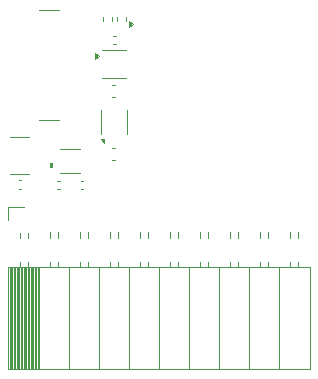
<source format=gbr>
%TF.GenerationSoftware,KiCad,Pcbnew,8.0.4*%
%TF.CreationDate,2024-07-26T12:29:51+01:00*%
%TF.ProjectId,beeb_wifiport,62656562-5f77-4696-9669-706f72742e6b,rev?*%
%TF.SameCoordinates,Original*%
%TF.FileFunction,Legend,Top*%
%TF.FilePolarity,Positive*%
%FSLAX46Y46*%
G04 Gerber Fmt 4.6, Leading zero omitted, Abs format (unit mm)*
G04 Created by KiCad (PCBNEW 8.0.4) date 2024-07-26 12:29:51*
%MOMM*%
%LPD*%
G01*
G04 APERTURE LIST*
%ADD10C,0.120000*%
%ADD11C,0.100000*%
%ADD12C,0.000000*%
G04 APERTURE END LIST*
D10*
%TO.C,C1*%
X146009420Y-98540000D02*
X146290580Y-98540000D01*
X146009420Y-99560000D02*
X146290580Y-99560000D01*
%TO.C,C5*%
X141557836Y-106640000D02*
X141342164Y-106640000D01*
X141557836Y-107360000D02*
X141342164Y-107360000D01*
%TO.C,C3*%
X146307836Y-94340000D02*
X146092164Y-94340000D01*
X146307836Y-95060000D02*
X146092164Y-95060000D01*
D11*
%TO.C,RN1*%
X137400000Y-102900000D02*
X139000000Y-102900000D01*
X139000000Y-106100000D02*
X137400000Y-106100000D01*
D10*
%TO.C,C4*%
X138092164Y-106590000D02*
X138307836Y-106590000D01*
X138092164Y-107310000D02*
X138307836Y-107310000D01*
%TO.C,U1*%
X147775000Y-93350000D02*
X147439000Y-93590000D01*
X147439000Y-93110000D01*
X147775000Y-93350000D01*
G36*
X147775000Y-93350000D02*
G01*
X147439000Y-93590000D01*
X147439000Y-93110000D01*
X147775000Y-93350000D01*
G37*
%TO.C,C2*%
X146290580Y-103840000D02*
X146009420Y-103840000D01*
X146290580Y-104860000D02*
X146009420Y-104860000D01*
%TO.C,R1*%
X145220000Y-93103641D02*
X145220000Y-92796359D01*
X145980000Y-93103641D02*
X145980000Y-92796359D01*
%TO.C,U3*%
X145040000Y-102675000D02*
X145040000Y-100675000D01*
X147260000Y-102675000D02*
X147260000Y-100675000D01*
X145330000Y-103415000D02*
X145050000Y-103135000D01*
X145330000Y-103135000D01*
X145330000Y-103415000D01*
G36*
X145330000Y-103415000D02*
G01*
X145050000Y-103135000D01*
X145330000Y-103135000D01*
X145330000Y-103415000D01*
G37*
D11*
%TO.C,U4*%
X141600000Y-103950000D02*
X143300000Y-103950000D01*
X141600000Y-105950000D02*
X143300000Y-105950000D01*
D12*
G36*
X140989500Y-105540499D02*
G01*
X140735500Y-105540499D01*
X140735500Y-105159499D01*
X140989500Y-105159499D01*
X140989500Y-105540499D01*
G37*
D10*
%TO.C,C6*%
X143342164Y-106640000D02*
X143557836Y-106640000D01*
X143342164Y-107360000D02*
X143557836Y-107360000D01*
%TO.C,R2*%
X146425000Y-92796359D02*
X146425000Y-93103641D01*
X147185000Y-92796359D02*
X147185000Y-93103641D01*
%TO.C,J2*%
X139787496Y-92153818D02*
X141487496Y-92153818D01*
X139787496Y-101493818D02*
X141487496Y-101493818D01*
%TO.C,D1*%
X147185608Y-95525000D02*
X145185608Y-95525000D01*
X147185608Y-97925000D02*
X145185608Y-97925000D01*
X144879392Y-96055000D02*
X144549392Y-96295000D01*
X144549392Y-95815000D01*
X144879392Y-96055000D01*
G36*
X144879392Y-96055000D02*
G01*
X144549392Y-96295000D01*
X144549392Y-95815000D01*
X144879392Y-96055000D01*
G37*
%TO.C,J1*%
X137220000Y-108850000D02*
X138550000Y-108850000D01*
X137220000Y-109960000D02*
X137220000Y-108850000D01*
X137220000Y-113960000D02*
X162740000Y-113960000D01*
X137220000Y-122590000D02*
X137220000Y-113960000D01*
X137220000Y-122590000D02*
X162740000Y-122590000D01*
X137340000Y-122590000D02*
X137340000Y-113960000D01*
X137458095Y-122590000D02*
X137458095Y-113960000D01*
X137576190Y-122590000D02*
X137576190Y-113960000D01*
X137694285Y-122590000D02*
X137694285Y-113960000D01*
X137812380Y-122590000D02*
X137812380Y-113960000D01*
X137930475Y-122590000D02*
X137930475Y-113960000D01*
X138048570Y-122590000D02*
X138048570Y-113960000D01*
X138166665Y-122590000D02*
X138166665Y-113960000D01*
X138190000Y-111450000D02*
X138190000Y-111070000D01*
X138190000Y-113960000D02*
X138190000Y-113550000D01*
X138284760Y-122590000D02*
X138284760Y-113960000D01*
X138402855Y-122590000D02*
X138402855Y-113960000D01*
X138520950Y-122590000D02*
X138520950Y-113960000D01*
X138639045Y-122590000D02*
X138639045Y-113960000D01*
X138757140Y-122590000D02*
X138757140Y-113960000D01*
X138875235Y-122590000D02*
X138875235Y-113960000D01*
X138910000Y-111450000D02*
X138910000Y-111070000D01*
X138910000Y-113960000D02*
X138910000Y-113550000D01*
X138993330Y-122590000D02*
X138993330Y-113960000D01*
X139111425Y-122590000D02*
X139111425Y-113960000D01*
X139229520Y-122590000D02*
X139229520Y-113960000D01*
X139347615Y-122590000D02*
X139347615Y-113960000D01*
X139465710Y-122590000D02*
X139465710Y-113960000D01*
X139583805Y-122590000D02*
X139583805Y-113960000D01*
X139701900Y-122590000D02*
X139701900Y-113960000D01*
X139820000Y-122590000D02*
X139820000Y-113960000D01*
X140730000Y-111450000D02*
X140730000Y-111010000D01*
X140730000Y-113960000D02*
X140730000Y-113550000D01*
X141450000Y-111450000D02*
X141450000Y-111010000D01*
X141450000Y-113960000D02*
X141450000Y-113550000D01*
X142360000Y-122590000D02*
X142360000Y-113960000D01*
X143270000Y-111450000D02*
X143270000Y-111010000D01*
X143270000Y-113960000D02*
X143270000Y-113550000D01*
X143990000Y-111450000D02*
X143990000Y-111010000D01*
X143990000Y-113960000D02*
X143990000Y-113550000D01*
X144900000Y-122590000D02*
X144900000Y-113960000D01*
X145810000Y-111450000D02*
X145810000Y-111010000D01*
X145810000Y-113960000D02*
X145810000Y-113550000D01*
X146530000Y-111450000D02*
X146530000Y-111010000D01*
X146530000Y-113960000D02*
X146530000Y-113550000D01*
X147440000Y-122590000D02*
X147440000Y-113960000D01*
X148350000Y-111450000D02*
X148350000Y-111010000D01*
X148350000Y-113960000D02*
X148350000Y-113550000D01*
X149070000Y-111450000D02*
X149070000Y-111010000D01*
X149070000Y-113960000D02*
X149070000Y-113550000D01*
X149980000Y-122590000D02*
X149980000Y-113960000D01*
X150890000Y-111450000D02*
X150890000Y-111010000D01*
X150890000Y-113960000D02*
X150890000Y-113550000D01*
X151610000Y-111450000D02*
X151610000Y-111010000D01*
X151610000Y-113960000D02*
X151610000Y-113550000D01*
X152520000Y-122590000D02*
X152520000Y-113960000D01*
X153430000Y-111450000D02*
X153430000Y-111010000D01*
X153430000Y-113960000D02*
X153430000Y-113550000D01*
X154150000Y-111450000D02*
X154150000Y-111010000D01*
X154150000Y-113960000D02*
X154150000Y-113550000D01*
X155060000Y-122590000D02*
X155060000Y-113960000D01*
X155970000Y-111450000D02*
X155970000Y-111010000D01*
X155970000Y-113960000D02*
X155970000Y-113550000D01*
X156690000Y-111450000D02*
X156690000Y-111010000D01*
X156690000Y-113960000D02*
X156690000Y-113550000D01*
X157600000Y-122590000D02*
X157600000Y-113960000D01*
X158510000Y-111450000D02*
X158510000Y-111010000D01*
X158510000Y-113960000D02*
X158510000Y-113550000D01*
X159230000Y-111450000D02*
X159230000Y-111010000D01*
X159230000Y-113960000D02*
X159230000Y-113550000D01*
X160140000Y-122590000D02*
X160140000Y-113960000D01*
X161050000Y-111450000D02*
X161050000Y-111010000D01*
X161050000Y-113960000D02*
X161050000Y-113550000D01*
X161770000Y-111450000D02*
X161770000Y-111010000D01*
X161770000Y-113960000D02*
X161770000Y-113550000D01*
X162740000Y-122590000D02*
X162740000Y-113960000D01*
%TD*%
M02*

</source>
